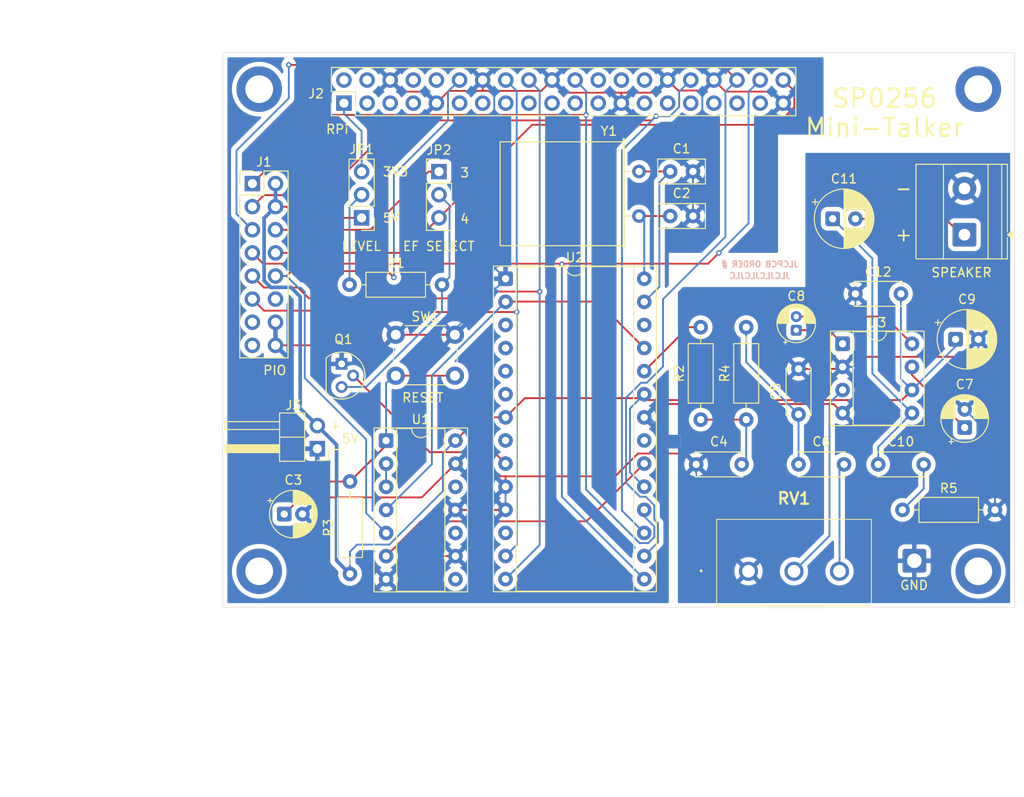
<source format=kicad_pcb>
(kicad_pcb (version 20241229) (generator "pcbnew") (generator_version "9.0")
  (layers (0 "F.Cu" signal) (2 "B.Cu" signal) (13 "F.Paste" user) (15 "B.Paste" user) (5 "F.SilkS" user "F.Silkscreen") (7 "B.SilkS" user "B.Silkscreen") (1 "F.Mask" user) (3 "B.Mask" user) (25 "Edge.Cuts" user))
  (net 0 "")
  (net 1 "Net-(U2-OSC1)")
  (net 2 "GND")
  (net 3 "Net-(U2-OSC2)")
  (net 4 "Net-(C3-Pad1)")
  (net 5 "Net-(C4-Pad1)")
  (net 6 "Net-(C5-Pad1)")
  (net 7 "Net-(C6-Pad2)")
  (net 8 "Net-(U3-BYPASS)")
  (net 9 "Net-(C8-Pad2)")
  (net 10 "Net-(C8-Pad1)")
  (net 11 "+5V")
  (net 12 "Net-(C10-Pad1)")
  (net 13 "Net-(C10-Pad2)")
  (net 14 "Net-(C11-Pad2)")
  (net 15 "/BUS3")
  (net 16 "~{EF4}")
  (net 17 "~{EF3}")
  (net 19 "Net-(J1-Pin_10)")
  (net 20 "/BUS1")
  (net 23 "/BUS4")
  (net 24 "/BUS2")
  (net 25 "/BUS5")
  (net 26 "/BUS0")
  (net 36 "+3.3V")
  (net 49 "Net-(JP1-C)")
  (net 50 "Net-(JP2-C)")
  (net 51 "~{LRQ}")
  (net 52 "Net-(U2-DIGITAL_OUT)")
  (net 53 "Net-(U2-~{ALD})")
  (net 54 "Net-(U1-Pad2)")
  (net 55 "~{RESET}")
  (net 67 "Net-(U3-+)")
  (footprint "Mini-Talker:P160KN0QC20A10K" (layer "F.Cu") (at 160.5 121.5)
    (property "Reference" "RV1")
    (property "Value" "10K" (hide yes))
  )
  (footprint "Capacitor_THT:C_Disc_D5.0mm_W2.5mm_P5.00mm" (layer "F.Cu") (at 159.75 109.75 180)
    (property "Reference" "C4")
    (property "Value" "22nF")
  )
  (footprint "Connector_Wire:SolderWire-0.75sqmm_1x01_D1.25mm_OD2.3mm" (layer "F.Cu") (at 178.7214 120.3438)
    (property "Reference" "J4")
    (property "Value" "GND")
  )
  (footprint "Connector_PinHeader_2.54mm:PinHeader_1x03_P2.54mm_Vertical" (layer "F.Cu") (at 118 82.6482 180)
    (property "Reference" "JP1")
    (property "Value" "LEVEL")
  )
  (footprint "Resistor_THT:R_Axial_DIN0207_L6.3mm_D2.5mm_P10.16mm_Horizontal" (layer "F.Cu") (at 116.72 121.7916 90)
    (property "Reference" "R3")
    (property "Value" "47K")
  )
  (footprint "Mini-Talker:1-Pin" (layer "F.Cu") (at 185.75 68.5)
    (property "Reference" "J6" (hide yes))
    (property "Value" "Mount" (hide yes))
  )
  (footprint "Button_Switch_THT:SW_PUSH_6mm_H4.3mm" (layer "F.Cu") (at 121.75 95.5)
    (property "Reference" "SW1")
    (property "Value" "RESET")
  )
  (footprint "Connector_PinHeader_2.54mm:PinHeader_2x08_P2.54mm_Vertical" (layer "F.Cu") (at 106 78.88)
    (property "Reference" "J1")
    (property "Value" "PIO")
  )
  (footprint "Capacitor_THT:C_Disc_D5.0mm_W2.5mm_P5.00mm" (layer "F.Cu") (at 174.75 109.75)
    (property "Reference" "C10")
    (property "Value" "47nF")
  )
  (footprint "Connector_PinHeader_2.54mm:PinHeader_2x20_P2.54mm_Vertical" (layer "F.Cu") (at 116.06 70.04 90)
    (property "Reference" "J2")
    (property "Value" "RPi GPIO")
  )
  (footprint "Mini-Talker:1-Pin" (layer "F.Cu") (at 185.75 121.5)
    (property "Reference" "J7")
    (property "Value" "Mount" (hide yes))
  )
  (footprint "TerminalBlock_Phoenix:TerminalBlock_Phoenix_MKDS-1,5-2-5.08_1x02_P5.08mm_Horizontal" (layer "F.Cu") (at 184.2225 84.5 90)
    (property "Reference" "LS1")
    (property "Value" "Speaker")
  )
  (footprint "Capacitor_THT:CP_Radial_D5.0mm_P2.00mm" (layer "F.Cu") (at 184.25 105.7051 90)
    (property "Reference" "C7")
    (property "Value" "47uF")
  )
  (footprint "Package_TO_SOT_THT:TO-92L" (layer "F.Cu") (at 115.8 98.7 -90)
    (property "Reference" "Q1")
    (property "Value" "TN0702")
  )
  (footprint "Capacitor_THT:C_Disc_D5.0mm_W2.5mm_P5.00mm" (layer "F.Cu") (at 166 104.25 90)
    (property "Reference" "C5")
    (property "Value" "22nF")
  )
  (footprint "Capacitor_THT:CP_Radial_D6.3mm_P2.50mm" (layer "F.Cu") (at 169.75 82.75)
    (property "Reference" "C11")
    (property "Value" "220uF")
  )
  (footprint "Mini-Talker:1-Pin" (layer "F.Cu") (at 106.75 68.5)
    (property "Reference" "J5")
    (property "Value" "Mount" (hide yes))
  )
  (footprint "Capacitor_THT:C_Disc_D5.0mm_W2.5mm_P2.50mm" (layer "F.Cu") (at 151.9 82.45)
    (property "Reference" "C2")
    (property "Value" "22pF")
  )
  (footprint "Capacitor_THT:C_Disc_D5.0mm_W2.5mm_P5.00mm" (layer "F.Cu") (at 166 109.75)
    (property "Reference" "C6")
    (property "Value" "100nF")
  )
  (footprint "Capacitor_THT:C_Disc_D5.0mm_W2.5mm_P5.00mm" (layer "F.Cu") (at 177.25 91 180)
    (property "Reference" "C12")
    (property "Value" "100nF")
  )
  (footprint "Capacitor_THT:C_Disc_D5.0mm_W2.5mm_P2.50mm" (layer "F.Cu") (at 151.9 77.55)
    (property "Reference" "C1")
    (property "Value" "22pF")
  )
  (footprint "Crystal:Crystal_HC49-U_Horizontal" (layer "F.Cu") (at 148.475 77.55 -90)
    (property "Reference" "Y1")
    (property "Value" "3.12MHz")
  )
  (footprint "Package_DIP:DIP-28_W15.24mm_Socket" (layer "F.Cu") (at 133.81 89.34)
    (property "Reference" "U2")
    (property "Value" "SP0256-AL2")
  )
  (footprint "Package_DIP:DIP-14_W7.62mm_Socket" (layer "F.Cu") (at 120.69 107.135)
    (property "Reference" "U1")
    (property "Value" "74HC14")
  )
  (footprint "Package_DIP:DIP-8_W7.62mm_Socket" (layer "F.Cu") (at 170.84 96.49)
    (property "Reference" "U3")
    (property "Value" "LM386")
  )
  (footprint "Capacitor_THT:CP_Radial_D5.0mm_P2.00mm" (layer "F.Cu") (at 109.5 115.213)
    (property "Reference" "C3")
    (property "Value" "100uF")
  )
  (footprint "Resistor_THT:R_Axial_DIN0207_L6.3mm_D2.5mm_P10.16mm_Horizontal" (layer "F.Cu") (at 155.25 104.83 90)
    (property "Reference" "R2")
    (property "Value" "33K")
  )
  (footprint "Connector_PinHeader_2.54mm:PinHeader_1x02_P2.54mm_Horizontal" (layer "F.Cu") (at 113.135 108.025 180)
    (property "Reference" "J3")
    (property "Value" "5V")
  )
  (footprint "Resistor_THT:R_Axial_DIN0207_L6.3mm_D2.5mm_P10.16mm_Horizontal" (layer "F.Cu") (at 116.67 90)
    (property "Reference" "R1")
    (property "Value" "10K")
  )
  (footprint "Mini-Talker:1-Pin" (layer "F.Cu") (at 106.75 121.5)
    (property "Reference" "J8")
    (property "Value" "Mount" (hide yes))
  )
  (footprint "Connector_PinHeader_2.54mm:PinHeader_1x03_P2.54mm_Vertical" (layer "F.Cu") (at 126.5 77.5682)
    (property "Reference" "JP2")
    (property "Value" "EF SELECT")
  )
  (footprint "Resistor_THT:R_Axial_DIN0207_L6.3mm_D2.5mm_P10.16mm_Horizontal" (layer "F.Cu") (at 177.42 114.75)
    (property "Reference" "R5")
    (property "Value" "10")
  )
  (footprint "Capacitor_THT:CP_Radial_D6.3mm_P2.50mm" (layer "F.Cu") (at 183.25 96)
    (property "Reference" "C9")
    (property "Value" "220uF")
  )
  (footprint "Capacitor_THT:CP_Radial_D4.0mm_P1.50mm" (layer "F.Cu") (at 165.75 95 90)
    (property "Reference" "C8")
    (property "Value" "10uF")
  )
  (footprint "Resistor_THT:R_Axial_DIN0207_L6.3mm_D2.5mm_P10.16mm_Horizontal" (layer "F.Cu") (at 160.25 104.83 90)
    (property "Reference" "R4")
    (property "Value" "33K")
  )
  (gr_rect (start 102.75 64.5) (end 189.75 125.5) (stroke (width 0.05)) (fill no) (layer "Edge.Cuts"))
  (gr_text "5V" (at 120.25 83.25 0) (layer "F.SilkS") (effects (font (size 1 1)) (justify left bottom)))
  (gr_text "LEVEL" (at 115.732143 86.35825 0) (layer "F.SilkS") (effects (font (size 1 1)) (justify left bottom)))
  (gr_text "5V" (at 115.75 107.5 0) (layer "F.SilkS") (effects (font (size 1 1)) (justify left bottom)))
  (gr_text "3" (at 128.75 78.27825 0) (layer "F.SilkS") (effects (font (size 1 1)) (justify left bottom)))
  (gr_text "RESET" (at 122.363095 103 0) (layer "F.SilkS") (effects (font (size 1 1)) (justify left bottom)))
  (gr_text "-" (at 176.5 80.275938 0) (layer "F.SilkS") (effects (font (size 1.5 1.5) (thickness 0.1875)) (justify left bottom)))
  (gr_text "SPEAKER" (at 180.5 89.25 0) (layer "F.SilkS") (effects (font (size 1 1)) (justify left bottom)))
  (gr_text "+" (at 114.405 106.08675 0) (layer "F.SilkS") (effects (font (size 1 1)) (justify left bottom)))
  (gr_text "+" (at 176.5 85.355938 0) (layer "F.SilkS") (effects (font (size 1.5 1.5) (thickness 0.1875)) (justify left bottom)))
  (gr_text "RPi" (at 114 73.5 0) (layer "F.SilkS") (effects (font (size 1 1)) (justify left bottom)))
  (gr_text "-" (at 114.405 108.62675 0) (layer "F.SilkS") (effects (font (size 1 1)) (justify left bottom)))
  (gr_text "PIO" (at 107.098096 100 0) (layer "F.SilkS") (effects (font (size 1 1)) (justify left bottom)))
  (gr_text "3V3" (at 120.25 78.17 0) (layer "F.SilkS") (effects (font (size 1 1)) (justify left bottom)))
  (gr_text "GND" (at 177.072591 123.6204 0) (layer "F.SilkS") (effects (font (size 1 1)) (justify left bottom)))
  (gr_text "SP0256\nMini-Talker" (at 175.45 73.9 0) (layer "F.SilkS") (effects (font (size 2 2) (thickness 0.25)) (justify bottom)))
  (gr_text "4" (at 128.75 83.35825 0) (layer "F.SilkS") (effects (font (size 1 1)) (justify left bottom)))
  (gr_text "EF SELECT" (at 122.446428 86.35825 0) (layer "F.SilkS") (effects (font (size 1 1)) (justify left bottom)))
  (gr_text "JLCPCB ORDER #" (at 161.75 87.75 0) (layer "B.SilkS") (effects (font (size 0.64516 0.64516)) (justify mirror)))
  (gr_text "JLCJLCJLCJLC" (at 161.75 89.02 0) (layer "B.SilkS") (effects (font (size 0.64516 0.64516)) (justify mirror)))
  (segment (start 148.475 77.55) (end 151.9 77.55) (width 0.2) (layer "F.Cu") (net 1))
  (segment (start 150.7117 78.7383) (end 150.7117 90.2183) (width 0.2) (layer "B.Cu") (net 1))
  (segment (start 150.7117 90.2183) (end 149.05 91.88) (width 0.2) (layer "B.Cu") (net 1))
  (segment (start 151.9 77.55) (end 150.7117 78.7383) (width 0.2) (layer "B.Cu") (net 1))
  (segment (start 133.81 111.0632) (end 129.6982 111.0632) (width 0.2) (layer "F.Cu") (net 2))
  (segment (start 115.8 98.7) (end 115.8 96.71) (width 0.2) (layer "F.Cu") (net 2))
  (segment (start 169.8456 103.1156) (end 170.84 104.11) (width 0.2) (layer "F.Cu") (net 2))
  (segment (start 183.8281 97.9219) (end 185.75 96) (width 0.2) (layer "F.Cu") (net 2))
  (segment (start 145.8468 111.0632) (end 148.3553 108.5547) (width 0.2) (layer "F.Cu") (net 2))
  (segment (start 133.81 111.0632) (end 145.8468 111.0632) (width 0.2) (layer "F.Cu") (net 2))
  (segment (start 133.795 114.755) (end 133.81 114.74) (width 0.2) (layer "F.Cu") (net 2))
  (segment (start 120.69 122.375) (end 123.23 119.835) (width 0.2) (layer "F.Cu") (net 2))
  (segment (start 111.5 115.213) (end 113.3327 113.3803) (width 0.2) (layer "F.Cu") (net 2))
  (segment (start 151.62 67.5) (end 150.2317 68.8883) (width 0.2) (layer "F.Cu") (net 2))
  (segment (start 131.3 68.6906) (end 127.5694 68.6906) (width 0.2) (layer "F.Cu") (net 2))
  (segment (start 153.5547 108.5547) (end 154.75 109.75) (width 0.2) (layer "F.Cu") (net 2))
  (segment (start 128.31 114.755) (end 133.795 114.755) (width 0.2) (layer "F.Cu") (net 2))
  (segment (start 121.5 95.5) (end 120.34 96.66) (width 0.2) (layer "F.Cu") (net 2))
  (segment (start 140.3083 68.8883) (end 138.92 67.5) (width 0.2) (layer "F.Cu") (net 2))
  (segment (start 151.62 67.5) (end 152.7717 68.6517) (width 0.2) (layer "F.Cu") (net 2))
  (segment (start 124.6047 113.3803) (end 113.5 113.3803) (width 0.2) (layer "F.Cu") (net 2))
  (segment (start 150.5144 103.1156) (end 169.8456 103.1156) (width 0.2) (layer "F.Cu") (net 2))
  (segment (start 121.5 95.5) (end 128 95.5) (width 0.2) (layer "F.Cu") (net 2))
  (segment (start 123.23 119.835) (end 128.31 119.835) (width 0.2) (layer "F.Cu") (net 2))
  (segment (start 164.32 70.04) (end 163.05 68.77) (width 0.2) (layer "F.Cu") (net 2))
  (segment (start 128.31 109.675) (end 124.6047 113.3803) (width 0.2) (layer "F.Cu") (net 2))
  (segment (start 133.81 112.2) (end 133.81 111.0632) (width 0.2) (layer "F.Cu") (net 2))
  (segment (start 113.3327 113.3803) (end 113.5 113.3803) (width 0.2) (layer "F.Cu") (net 2))
  (segment (start 115.8 96.71) (end 115.75 96.66) (width 0.2) (layer "F.Cu") (net 2))
  (segment (start 122.41 68.77) (end 121.14 67.5) (width 0.2) (layer "F.Cu") (net 2))
  (segment (start 131.3 68.6906) (end 131.3 67.5) (width 0.2) (layer "F.Cu") (net 2))
  (segment (start 146.54 68.8883) (end 140.3083 68.8883) (width 0.2) (layer "F.Cu") (net 2))
  (segment (start 155.5483 68.6517) (end 156.7 67.5) (width 0.2) (layer "F.Cu") (net 2))
  (segment (start 166 99.25) (end 170.62 99.25) (width 0.2) (layer "F.Cu") (net 2))
  (segment (start 152.7717 68.6517) (end 155.5483 68.6517) (width 0.2) (layer "F.Cu") (net 2))
  (segment (start 120.34 96.66) (end 115.75 96.66) (width 0.2) (layer "F.Cu") (net 2))
  (segment (start 124.95 68.77) (end 122.41 68.77) (width 0.2) (layer "F.Cu") (net 2))
  (segment (start 170.84 99.03) (end 171.9481 97.9219) (width 0.2) (layer "F.Cu") (net 2))
  (segment (start 170.62 99.25) (end 170.84 99.03) (width 0.2) (layer "F.Cu") (net 2))
  (segment (start 163.05 68.77) (end 157.97 68.77) (width 0.2) (layer "F.Cu") (net 2))
  (segment (start 138.92 67.5) (end 137.7294 68.6906) (width 0.2) (layer "F.Cu") (net 2))
  (segment (start 126.22 70.04) (end 124.95 68.77) (width 0.2) (layer "F.Cu") (net 2))
  (segment (start 137.7294 68.6906) (end 131.3 68.6906) (width 0.2) (layer "F.Cu") (net 2))
  (segment (start 146.54 68.8883) (end 146.54 70.04) (width 0.2) (layer "F.Cu") (net 2))
  (segment (start 150.2317 68.8883) (end 146.54 68.8883) (width 0.2) (layer "F.Cu") (net 2))
  (segment (start 157.97 68.77) (end 156.7 67.5) (width 0.2) (layer "F.Cu") (net 2))
  (segment (start 127.5694 68.6906) (end 126.22 70.04) (width 0.2) (layer "F.Cu") (net 2))
  (segment (start 129.6982 111.0632) (end 128.31 109.675) (width 0.2) (layer "F.Cu") (net 2))
  (segment (start 115.75 96.66) (end 108.54 96.66) (width 0.2) (layer "F.Cu") (net 2))
  (segment (start 149.05 104.58) (end 150.5144 103.1156) (width 0.2) (layer "F.Cu") (net 2))
  (segment (start 171.9481 97.9219) (end 183.8281 97.9219) (width 0.2) (layer "F.Cu") (net 2))
  (segment (start 148.3553 108.5547) (end 153.5547 108.5547) (width 0.2) (layer "F.Cu") (net 2))
  (segment (start 154.75 115.75) (end 160.5 121.5) (width 0.2) (layer "B.Cu") (net 2))
  (segment (start 179.0262 120.3692) (end 181.9608 120.3692) (width 0.2) (layer "B.Cu") (net 2))
  (segment (start 185.75 96) (end 185.75 102.2051) (width 0.2) (layer "B.Cu") (net 2))
  (segment (start 171.9856 99.03) (end 171.9856 102.9644) (width 0.2) (layer "B.Cu") (net 2))
  (segment (start 128 95.15) (end 128 95.5) (width 0.2) (layer "B.Cu") (net 2))
  (segment (start 133.81 89.34) (end 128 95.15) (width 0.2) (layer "B.Cu") (net 2))
  (segment (start 154.4 82.45) (end 154.4 77.55) (width 0.2) (layer "B.Cu") (net 2))
  (segment (start 113.135 108.025) (end 113.135 108.135) (width 0.4) (layer "B.Cu") (net 2))
  (segment (start 183.9225 79.465) (end 184.465 79.465) (width 0.2) (layer "B.Cu") (net 2))
  (segment (start 172.25 98.7656) (end 171.9856 99.03) (width 0.2) (layer "B.Cu") (net 2))
  (segment (start 186.75 95) (end 185.75 96) (width 0.2) (layer "B.Cu") (net 2))
  (segment (start 185.75 102.2051) (end 184.25 103.7051) (width 0.2) (layer "B.Cu") (net 2))
  (segment (start 128.31 119.835) (end 127.1402 118.6652) (width 0.2) (layer "B.Cu") (net 2))
  (segment (start 149.58 104.58) (end 149.05 104.58) (width 0.2) (layer "B.Cu") (net 2))
  (segment (start 109.75 97.87) (end 108.54 96.66) (width 0.5) (layer "B.Cu") (net 2))
  (segment (start 187.58 107.0351) (end 184.25 103.7051) (width 0.2) (layer "B.Cu") (net 2))
  (segment (start 132.57 88.1) (end 132.57 68.77) (width 0.2) (layer "B.Cu") (net 2))
  (segment (start 187.58 114.75) (end 187.58 107.0351) (width 0.2) (layer "B.Cu") (net 2))
  (segment (start 111.525 108.025) (end 109.75 106.25) (width 0.5) (layer "B.Cu") (net 2))
  (segment (start 171.9856 102.9644) (end 170.84 104.11) (width 0.2) (layer "B.Cu") (net 2))
  (segment (start 132.57 68.77) (end 131.3 67.5) (width 0.2) (layer "B.Cu") (net 2))
  (segment (start 172.25 91) (end 172.25 98.7656) (width 0.2) (layer "B.Cu") (net 2))
  (segment (start 181.9608 120.3692) (end 187.58 114.75) (width 0.2) (layer "B.Cu") (net 2))
  (segment (start 184.465 79.465) (end 186.75 81.75) (width 0.2) (layer "B.Cu") (net 2))
  (segment (start 155.43 68.77) (end 156.7 67.5) (width 0.2) (layer "B.Cu") (net 2))
  (segment (start 133.81 89.34) (end 132.57 88.1) (width 0.2) (layer "B.Cu") (net 2))
  (segment (start 127.1402 118.6652) (end 127.1402 115.9248) (width 0.2) (layer "B.Cu") (net 2))
  (segment (start 171.9856 99.03) (end 170.84 99.03) (width 0.2) (layer "B.Cu") (net 2))
  (segment (start 186.75 81.75) (end 186.75 95) (width 0.2) (layer "B.Cu") (net 2))
  (segment (start 154.75 109.75) (end 149.58 104.58) (width 0.2) (layer "B.Cu") (net 2))
  (segment (start 155.43 76.52) (end 155.43 68.77) (width 0.2) (layer "B.Cu") (net 2))
  (segment (start 109.75 106.25) (end 109.75 97.87) (width 0.5) (layer "B.Cu") (net 2))
  (segment (start 113.135 108.025) (end 111.525 108.025) (width 0.5) (layer "B.Cu") (net 2))
  (segment (start 127.1402 115.9248) (end 128.31 114.755) (width 0.2) (layer "B.Cu") (net 2))
  (segment (start 154.4 77.55) (end 155.43 76.52) (width 0.2) (layer "B.Cu") (net 2))
  (segment (start 133.81 114.74) (end 133.81 112.2) (width 0.2) (layer "B.Cu") (net 2))
  (segment (start 154.75 109.75) (end 154.75 115.75) (width 0.2) (layer "B.Cu") (net 2))
  (segment (start 108.54 94.12) (end 108.54 96.66) (width 0.5) (layer "B.Cu") (net 2))
  (segment (start 148.475 82.45) (end 151.9 82.45) (width 0.2) (layer "F.Cu") (net 3))
  (segment (start 148.475 82.45) (end 149.05 83.025) (width 0.2) (layer "B.Cu") (net 3))
  (segment (start 149.05 83.025) (end 149.05 89.34) (width 0.2) (layer "B.Cu") (net 3))
  (segment (start 116.72 111.6316) (end 113.0814 111.6316) (width 0.2) (layer "F.Cu") (net 4))
  (segment (start 120.69 107.135) (end 120.69 107.6616) (width 0.2) (layer "F.Cu") (net 4))
  (segment (start 128 100) (end 121.5 100) (width 0.2) (layer "F.Cu") (net 4))
  (segment (start 120.69 107.6616) (end 116.72 111.6316) (width 0.2) (layer "F.Cu") (net 4))
  (segment (start 113.0814 111.6316) (end 109.5 115.213) (width 0.2) (layer "F.Cu") (net 4))
  (segment (start 120.69 107.135) (end 120.69 100.81) (width 0.2) (layer "B.Cu") (net 4))
  (segment (start 120.69 100.81) (end 121.5 100) (width 0.2) (layer "B.Cu") (net 4))
  (segment (start 160.25 104.83) (end 155.25 104.83) (width 0.2) (layer "F.Cu") (net 5))
  (segment (start 160.25 109.25) (end 160.25 104.83) (width 0.2) (layer "B.Cu") (net 5))
  (segment (start 159.75 109.75) (end 160.25 109.25) (width 0.2) (layer "B.Cu") (net 5))
  (segment (start 160.25 98.5) (end 166 104.25) (width 0.2) (layer "B.Cu") (net 6))
  (segment (start 166 104.25) (end 166 109.75) (width 0.2) (layer "B.Cu") (net 6))
  (segment (start 160.25 94.67) (end 160.25 98.5) (width 0.2) (layer "B.Cu") (net 6))
  (segment (start 171 109.75) (end 170.5 110.25) (width 0.2) (layer "B.Cu") (net 7))
  (segment (start 170.5 110.25) (end 170.5 121.5) (width 0.2) (layer "B.Cu") (net 7))
  (segment (start 178.46 99.03) (end 178.46 99.9151) (width 0.2) (layer "F.Cu") (net 8))
  (segment (start 178.46 99.9151) (end 184.25 105.7051) (width 0.2) (layer "F.Cu") (net 8))
  (segment (start 175.47 93.5) (end 165.75 93.5) (width 0.2) (layer "F.Cu") (net 9))
  (segment (start 178.46 96.49) (end 175.47 93.5) (width 0.2) (layer "F.Cu") (net 9))
  (segment (start 165.75 95) (end 169.35 95) (width 0.2) (layer "F.Cu") (net 10))
  (segment (start 169.35 95) (end 170.84 96.49) (width 0.2) (layer "F.Cu") (net 10))
  (segment (start 177.3488 102.6812) (end 149.2612 102.6812) (width 0.2) (layer "F.Cu") (net 11))
  (segment (start 109.75 81.42) (end 108.54 81.42) (width 0.2) (layer "F.Cu") (net 11))
  (segment (start 135.92 102.47) (end 149.05 102.47) (width 0.2) (layer "F.Cu") (net 11))
  (segment (start 133.81 104.58) (end 135.92 102.47) (width 0.2) (layer "F.Cu") (net 11))
  (segment (start 110.9782 82.6482) (end 109.75 81.42) (width 0.2) (layer "F.Cu") (net 11))
  (segment (start 128.31 107.135) (end 130.865 104.58) (width 0.2) (layer "F.Cu") (net 11))
  (segment (start 130.865 104.58) (end 133.81 104.58) (width 0.2) (layer "F.Cu") (net 11))
  (segment (start 149.2612 102.6812) (end 149.05 102.47) (width 0.2) (layer "F.Cu") (net 11))
  (segment (start 178.46 101.57) (end 177.3488 102.6812) (width 0.2) (layer "F.Cu") (net 11))
  (segment (start 149.05 102.47) (end 149.05 102.04) (width 0.2) (layer "F.Cu") (net 11))
  (segment (start 118 82.6482) (end 110.9782 82.6482) (width 0.2) (layer "F.Cu") (net 11))
  (segment (start 110.230182 90.291) (end 108.021818 90.291) (width 0.4) (layer "B.Cu") (net 11))
  (segment (start 113.135 105.485) (end 111.25 103.6) (width 0.4) (layer "B.Cu") (net 11))
  (segment (start 178.46 101.57) (end 177.2515 100.3615) (width 0.2) (layer "B.Cu") (net 11))
  (segment (start 116.72 119.345) (end 117.5 118.565) (width 0.2) (layer "B.Cu") (net 11))
  (segment (start 107.289 89.558182) (end 107.289 82.671) (width 0.4) (layer "B.Cu") (net 11))
  (segment (start 121.0541 118.565) (end 126.9284 112.6907) (width 0.2) (layer "B.Cu") (net 11))
  (segment (start 126.9284 112.6907) (end 126.9284 108.5166) (width 0.2) (layer "B.Cu") (net 11))
  (segment (start 183.25 96) (end 183.25 96.78) (width 0.2) (layer "B.Cu") (net 11))
  (segment (start 147.4785 110.6285) (end 147.4785 103.6115) (width 0.2) (layer "B.Cu") (net 11))
  (segment (start 126.9284 108.5166) (end 128.31 107.135) (width 0.2) (layer "B.Cu") (net 11))
  (segment (start 117.5 118.565) (end 121.0541 118.565) (width 0.2) (layer "B.Cu") (net 11))
  (segment (start 149.05 112.2) (end 147.4785 110.6285) (width 0.2) (layer "B.Cu") (net 11))
  (segment (start 177.2515 100.3615) (end 177.2515 99.2501) (width 0.2) (layer "B.Cu") (net 11))
  (segment (start 183.25 96.78) (end 178.46 101.57) (width 0.2) (layer "B.Cu") (net 11))
  (segment (start 111.25 103.6) (end 111.25 103.25) (width 0.2) (layer "B.Cu") (net 11))
  (segment (start 108.021818 90.291) (end 107.289 89.558182) (width 0.4) (layer "B.Cu") (net 11))
  (segment (start 107.289 82.671) (end 108.54 81.42) (width 0.4) (layer "B.Cu") (net 11))
  (segment (start 113.135 105.485) (end 115.25 107.6) (width 0.4) (layer "B.Cu") (net 11))
  (segment (start 111.25 91.310818) (end 110.230182 90.291) (width 0.4) (layer "B.Cu") (net 11))
  (segment (start 177.2515 99.2501) (end 177.25 99.2486) (width 0.2) (layer "B.Cu") (net 11))
  (segment (start 111.25 103.25) (end 111.25 91.310818) (width 0.4) (layer "B.Cu") (net 11))
  (segment (start 115.25 120.3216) (end 116.72 121.7916) (width 0.4) (layer "B.Cu") (net 11))
  (segment (start 147.4785 103.6115) (end 149.05 102.04) (width 0.2) (layer "B.Cu") (net 11))
  (segment (start 116.72 121.7916) (end 116.72 119.345) (width 0.2) (layer "B.Cu") (net 11))
  (segment (start 108.54 78.88) (end 108.54 81.42) (width 0.4) (layer "B.Cu") (net 11))
  (segment (start 177.25 99.2486) (end 177.25 91) (width 0.2) (layer "B.Cu") (net 11))
  (segment (start 115.25 107.6) (end 115.25 120.3216) (width 0.4) (layer "B.Cu") (net 11))
  (segment (start 178.46 104.11) (end 174.1077 99.7577) (width 0.2) (layer "B.Cu") (net 12))
  (segment (start 174.1077 99.7577) (end 174.1077 87.1077) (width 0.2) (layer "B.Cu") (net 12))
  (segment (start 174.1077 87.1077) (end 169.75 82.75) (width 0.2) (layer "B.Cu") (net 12))
  (segment (start 174.75 109.75) (end 174.75 107.82) (width 0.2) (layer "B.Cu") (net 12))
  (segment (start 174.75 107.82) (end 178.46 104.11) (width 0.2) (layer "B.Cu") (net 12))
  (segment (start 179.75 112.42) (end 177.42 114.75) (width 0.2) (layer "B.Cu") (net 13))
  (segment (start 179.75 109.75) (end 179.75 112.42) (width 0.2) (layer "B.Cu") (net 13))
  (segment (start 172.25 82.75) (end 182.1275 82.75) (width 0.2) (layer "F.Cu") (net 14))
  (segment (start 182.1275 82.75) (end 183.9225 84.545) (width 0.2) (layer "F.Cu") (net 14))
  (segment (start 156.0715 87.6846) (end 157.25 86.5061) (width 0.2) (layer "F.Cu") (net 15))
  (segment (start 107.1846 87.6846) (end 156.0715 87.6846) (width 0.2) (layer "F.Cu") (net 15))
  (segment (start 106 86.5) (end 107.1846 87.6846) (width 0.2) (layer "F.Cu") (net 15))
  (via (at 140 87.75) (size 0.6) (drill 0.3) (layers "F.Cu" "B.Cu") (net 15))
  (via (at 157.25 86.5061) (size 0.6) (drill 0.3) (layers "F.Cu" "B.Cu") (net 15))
  (segment (start 149.05 122.36) (end 140 113.31) (width 0.2) (layer "B.Cu") (net 15))
  (segment (start 140 113.31) (end 140 87.75) (width 0.2) (layer "B.Cu") (net 15))
  (segment (start 160.51 68.77) (end 161.78 67.5) (width 0.2) (layer "B.Cu") (net 15))
  (segment (start 160.51 83.2461) (end 160.51 68.77) (width 0.2) (layer "B.Cu") (net 15))
  (segment (start 157.25 86.5061) (end 160.51 83.2461) (width 0.2) (layer "B.Cu") (net 15))
  (segment (start 126.5 82.6482) (end 136.7284 72.4198) (width 0.2) (layer "F.Cu") (net 16))
  (segment (start 165.5361 70.4863) (end 165.5361 68.7161) (width 0.2) (layer "F.Cu") (net 16))
  (segment (start 163.6026 72.4198) (end 165.5361 70.4863) (width 0.2) (layer "F.Cu") (net 16))
  (segment (start 122.6482 86.5) (end 126.5 82.6482) (width 0.2) (layer "F.Cu") (net 16))
  (segment (start 136.7284 72.4198) (end 163.6026 72.4198) (width 0.2) (layer "F.Cu") (net 16))
  (segment (start 108.54 86.5) (end 122.6482 86.5) (width 0.2) (layer "F.Cu") (net 16))
  (segment (start 165.5361 68.7161) (end 164.32 67.5) (width 0.2) (layer "F.Cu") (net 16))
  (segment (start 118.9565 83.96) (end 108.54 83.96) (width 0.2) (layer "F.Cu") (net 17))
  (segment (start 125.3483 77.5682) (end 118.9565 83.96) (width 0.2) (layer "F.Cu") (net 17))
  (segment (start 126.5 77.5682) (end 125.3483 77.5682) (width 0.2) (layer "F.Cu") (net 17))
  (segment (start 110.29 88.5) (end 120.8371 88.5) (width 0.2) (layer "F.Cu") (net 19))
  (segment (start 109.75 89.04) (end 110.29 88.5) (width 0.2) (layer "F.Cu") (net 19))
  (segment (start 120.8371 88.5) (end 121.5436 89.2065) (width 0.2) (layer "F.Cu") (net 19))
  (segment (start 108.54 89.04) (end 109.75 89.04) (width 0.2) (layer "F.Cu") (net 19))
  (via (at 121.5436 89.2065) (size 0.6) (drill 0.3) (layers "F.Cu" "B.Cu") (net 19))
  (segment (start 118.5 115.105) (end 118.5 107) (width 0.2) (layer "B.Cu") (net 19))
  (segment (start 118.5 107) (end 111.751 100.251) (width 0.2) (layer "B.Cu") (net 19))
  (segment (start 121.5436 89.2065) (end 121.5436 77.9064) (width 0.2) (layer "B.Cu") (net 19))
  (segment (start 111.751 100.251) (end 111.751 90.7728) (width 0.2) (layer "B.Cu") (net 19))
  (segment (start 111.0379 90.3279) (end 109.75 89.04) (width 0.2) (layer "B.Cu") (net 19))
  (segment (start 109.75 89.04) (end 108.54 89.04) (width 0.2) (layer "B.Cu") (net 19))
  (segment (start 127.49 68.77) (end 128.76 67.5) (width 0.2) (layer "B.Cu") (net 19))
  (segment (start 120.69 117.295) (end 118.5 115.105) (width 0.2) (layer "B.Cu") (net 19))
  (segment (start 111.751 90.7728) (end 111.3061 90.3279) (width 0.2) (layer "B.Cu") (net 19))
  (segment (start 127.49 71.96) (end 127.49 68.77) (width 0.2) (layer "B.Cu") (net 19))
  (segment (start 111.3061 90.3279) (end 111.0379 90.3279) (width 0.2) (layer "B.Cu") (net 19))
  (segment (start 121.5436 77.9064) (end 127.49 71.96) (width 0.2) (layer "B.Cu") (net 19))
  (segment (start 106 81.42) (end 107.27 80.15) (width 0.2) (layer "F.Cu") (net 20))
  (segment (start 149.8953 71.9352) (end 150.3501 71.4804) (width 0.2) (layer "F.Cu") (net 20))
  (segment (start 107.27 80.15) (end 113.7895 80.15) (width 0.2) (layer "F.Cu") (net 20))
  (segment (start 122.0043 71.9352) (end 149.8953 71.9352) (width 0.2) (layer "F.Cu") (net 20))
  (segment (start 113.7895 80.15) (end 122.0043 71.9352) (width 0.2) (layer "F.Cu") (net 20))
  (via (at 150.3501 71.4804) (size 0.6) (drill 0.3) (layers "F.Cu" "B.Cu") (net 20))
  (segment (start 146.6035 114.8335) (end 149.05 117.28) (width 0.2) (layer "B.Cu") (net 20))
  (segment (start 151.8668 71.4804) (end 150.3501 71.4804) (width 0.2) (layer "B.Cu") (net 20))
  (segment (start 146.6035 75.227) (end 146.6035 114.8335) (width 0.2) (layer "B.Cu") (net 20))
  (segment (start 154.16 67.5) (end 152.89 68.77) (width 0.2) (layer "B.Cu") (net 20))
  (segment (start 152.89 68.77) (end 152.89 70.4572) (width 0.2) (layer "B.Cu") (net 20))
  (segment (start 152.89 70.4572) (end 151.8668 71.4804) (width 0.2) (layer "B.Cu") (net 20))
  (segment (start 150.3501 71.4804) (end 146.6035 75.227) (width 0.2) (layer "B.Cu") (net 20))
  (segment (start 107.27 90.31) (end 111.02 90.31) (width 0.2) (layer "F.Cu") (net 23))
  (segment (start 106 89.04) (end 107.27 90.31) (width 0.2) (layer "F.Cu") (net 23))
  (segment (start 131.3892 90.75) (end 137.5597 90.75) (width 0.2) (layer "F.Cu") (net 23))
  (segment (start 111.02 90.31) (end 112.21 91.5) (width 0.2) (layer "F.Cu") (net 23))
  (segment (start 130.6392 91.5) (end 131.3892 90.75) (width 0.2) (layer "F.Cu") (net 23))
  (segment (start 112.21 91.5) (end 130.6392 91.5) (width 0.2) (layer "F.Cu") (net 23))
  (via (at 137.5597 90.75) (size 0.6) (drill 0.3) (layers "F.Cu" "B.Cu") (net 23))
  (segment (start 137.5597 90.75) (end 137.5597 118.6103) (width 0.2) (layer "B.Cu") (net 23))
  (segment (start 137.5597 68.6797) (end 136.38 67.5) (width 0.2) (layer "B.Cu") (net 23))
  (segment (start 137.5597 90.75) (end 137.5597 68.6797) (width 0.2) (layer "B.Cu") (net 23))
  (segment (start 137.5597 118.6103) (end 133.81 122.36) (width 0.2) (layer "B.Cu") (net 23))
  (segment (start 157.5725 65.8325) (end 159.24 67.5) (width 0.2) (layer "F.Cu") (net 24))
  (segment (start 109.9963 65.8325) (end 157.5725 65.8325) (width 0.2) (layer "F.Cu") (net 24))
  (via (at 109.9963 65.8325) (size 0.6) (drill 0.3) (layers "F.Cu" "B.Cu") (net 24))
  (segment (start 157.97 68.77) (end 159.24 67.5) (width 0.2) (layer "B.Cu") (net 24))
  (segment (start 150.5569 118.3131) (end 150.5569 116.2135) (width 0.2) (layer "B.Cu") (net 24))
  (segment (start 104.25 75.2448) (end 109.9963 69.4985) (width 0.2) (layer "B.Cu") (net 24))
  (segment (start 151.1119 98.9985) (end 151.1119 91.5823) (width 0.2) (layer "B.Cu") (net 24))
  (segment (start 147.0482 111.7784) (end 147.0482 102.4294) (width 0.2) (layer "B.Cu") (net 24))
  (segment (start 150.1552 114.2439) (end 149.213 113.3017) (width 0.2) (layer "B.Cu") (net 24))
  (segment (start 106 83.96) (end 104.25 82.21) (width 0.2) (layer "B.Cu") (net 24))
  (segment (start 104.25 82.21) (end 104.25 75.2448) (width 0.2) (layer "B.Cu") (net 24))
  (segment (start 150.3215 115.9781) (end 150.1552 115.8118) (width 0.2) (layer "B.Cu") (net 24))
  (segment (start 150.5569 116.2135) (end 150.3215 115.9781) (width 0.2) (layer "B.Cu") (net 24))
  (segment (start 148.7076 100.77) (end 149.3404 100.77) (width 0.2) (layer "B.Cu") (net 24))
  (segment (start 149.05 119.82) (end 150.5569 118.3131) (width 0.2) (layer "B.Cu") (net 24))
  (segment (start 147.0482 102.4294) (end 148.7076 100.77) (width 0.2) (layer "B.Cu") (net 24))
  (segment (start 149.213 113.3017) (end 148.5715 113.3017) (width 0.2) (layer "B.Cu") (net 24))
  (segment (start 150.1552 115.8118) (end 150.1552 114.2439) (width 0.2) (layer "B.Cu") (net 24))
  (segment (start 148.5715 113.3017) (end 147.0482 111.7784) (width 0.2) (layer "B.Cu") (net 24))
  (segment (start 109.9963 69.4985) (end 109.9963 65.8325) (width 0.2) (layer "B.Cu") (net 24))
  (segment (start 151.1119 91.5823) (end 157.97 84.7242) (width 0.2) (layer "B.Cu") (net 24))
  (segment (start 149.3404 100.77) (end 151.1119 98.9985) (width 0.2) (layer "B.Cu") (net 24))
  (segment (start 157.97 84.7242) (end 157.97 68.77) (width 0.2) (layer "B.Cu") (net 24))
  (segment (start 150.3215 115.9781) (end 150.1552 115.8118) (width 0.2) (layer "B.Cu") (net 24))
  (segment (start 106 91.58) (end 107.27 92.85) (width 0.2) (layer "F.Cu") (net 25))
  (segment (start 118.112 93) (end 135.0393 93) (width 0.2) (layer "F.Cu") (net 25))
  (segment (start 117.962 92.85) (end 118.112 93) (width 0.2) (layer "F.Cu") (net 25))
  (segment (start 107.27 92.85) (end 117.962 92.85) (width 0.2) (layer "F.Cu") (net 25))
  (via (at 135.0393 93) (size 0.6) (drill 0.3) (layers "F.Cu" "B.Cu") (net 25))
  (segment (start 135.0393 93) (end 135.0393 92.4517) (width 0.2) (layer "B.Cu") (net 25))
  (segment (start 135.0393 118.5907) (end 135.0393 92.4517) (width 0.2) (layer "B.Cu") (net 25))
  (segment (start 135.0393 92.4517) (end 135.0393 68.6993) (width 0.2) (layer "B.Cu") (net 25))
  (segment (start 133.81 119.82) (end 135.0393 118.5907) (width 0.2) (layer "B.Cu") (net 25))
  (segment (start 135.0393 68.6993) (end 133.84 67.5) (width 0.2) (layer "B.Cu") (net 25))
  (segment (start 113.5466 71.3334) (end 142.6564 71.3334) (width 0.2) (layer "F.Cu") (net 26))
  (segment (start 106 78.88) (end 113.5466 71.3334) (width 0.2) (layer "F.Cu") (net 26))
  (via (at 142.6564 71.3334) (size 0.6) (drill 0.3) (layers "F.Cu" "B.Cu") (net 26))
  (segment (start 142.6564 68.6964) (end 142.6564 71.335) (width 0.2) (layer "B.Cu") (net 26))
  (segment (start 149.49 118.3981) (end 150.1552 117.7329) (width 0.2) (layer "B.Cu") (net 26))
  (segment (start 142.6564 71.335) (end 142.6564 112.5105) (width 0.2) (layer "B.Cu") (net 26))
  (segment (start 150.1552 117.7329) (end 150.1552 116.58) (width 0.2) (layer "B.Cu") (net 26))
  (segment (start 148.544 118.3981) (end 149.49 118.3981) (width 0.2) (layer "B.Cu") (net 26))
  (segment (start 142.6564 112.5105) (end 148.544 118.3981) (width 0.2) (layer "B.Cu") (net 26))
  (segment (start 142.6564 71.335) (end 142.6564 71.3334) (width 0.2) (layer "B.Cu") (net 26))
  (segment (start 141.46 67.5) (end 142.6564 68.6964) (width 0.2) (layer "B.Cu") (net 26))
  (segment (start 150.1552 116.58) (end 149.05 115.4748) (width 0.2) (layer "B.Cu") (net 26))
  (segment (start 149.05 115.4748) (end 149.05 114.74) (width 0.2) (layer "B.Cu") (net 26))
  (segment (start 116.06 71.1917) (end 118 73.1317) (width 0.2) (layer "B.Cu") (net 36))
  (segment (start 118 73.1317) (end 118 77.5682) (width 0.2) (layer "B.Cu") (net 36))
  (segment (start 116.06 70.04) (end 116.06 71.1917) (width 0.2) (layer "B.Cu") (net 36))
  (segment (start 118 80.1082) (end 116.67 81.4382) (width 0.2) (layer "B.Cu") (net 49))
  (segment (start 116.67 81.4382) (end 116.67 90) (width 0.2) (layer "B.Cu") (net 49))
  (segment (start 127.6551 89.1749) (end 127.6551 81.2633) (width 0.2) (layer "B.Cu") (net 50))
  (segment (start 126.83 92.8977) (end 126.83 90) (width 0.2) (layer "B.Cu") (net 50))
  (segment (start 126.83 90) (end 127.6551 89.1749) (width 0.2) (layer "B.Cu") (net 50))
  (segment (start 115.8 101.24) (end 118.4877 101.24) (width 0.2) (layer "B.Cu") (net 50))
  (segment (start 118.48885 101.23885) (end 126.83 92.8977) (width 0.2) (layer "B.Cu") (net 50))
  (segment (start 127.6551 81.2633) (end 126.5 80.1082) (width 0.2) (layer "B.Cu") (net 50))
  (segment (start 118.4877 101.24) (end 118.48885 101.23885) (width 0.2) (layer "B.Cu") (net 50))
  (segment (start 117.07 99.98) (end 125.495 108.405) (width 0.2) (layer "F.Cu") (net 51))
  (segment (start 132.555 108.405) (end 125.5 108.405) (width 0.2) (layer "F.Cu") (net 51))
  (segment (start 133.81 109.66) (end 132.555 108.405) (width 0.2) (layer "F.Cu") (net 51))
  (segment (start 125.495 108.405) (end 125.5 108.405) (width 0.2) (layer "F.Cu") (net 51))
  (segment (start 153.88 94.67) (end 155.25 94.67) (width 0.2) (layer "F.Cu") (net 52))
  (segment (start 149.05 99.5) (end 153.88 94.67) (width 0.2) (layer "F.Cu") (net 52))
  (segment (start 124.515 116.01) (end 142.7 116.01) (width 0.2) (layer "F.Cu") (net 53))
  (segment (start 120.69 119.835) (end 124.515 116.01) (width 0.2) (layer "F.Cu") (net 53))
  (segment (start 142.7 116.01) (end 149.05 109.66) (width 0.2) (layer "F.Cu") (net 53))
  (segment (start 120.69 109.675) (end 120.69 112.215) (width 0.2) (layer "B.Cu") (net 54))
  (segment (start 149.05 96.96) (end 143.94 91.85) (width 0.2) (layer "F.Cu") (net 55))
  (segment (start 133.84 91.85) (end 133.81 91.88) (width 0.2) (layer "F.Cu") (net 55))
  (segment (start 143.94 91.85) (end 133.84 91.85) (width 0.2) (layer "F.Cu") (net 55))
  (segment (start 125.7194 109.7256) (end 125.7194 99.9706) (width 0.2) (layer "B.Cu") (net 55))
  (segment (start 125.7194 99.9706) (end 133.81 91.88) (width 0.2) (layer "B.Cu") (net 55))
  (segment (start 120.69 114.755) (end 125.7194 109.7256) (width 0.2) (layer "B.Cu") (net 55))
  (segment (start 169.4002 117.5998) (end 169.4002 103.0098) (width 0.2) (layer "B.Cu") (net 67))
  (segment (start 169.4002 103.0098) (end 170.84 101.57) (width 0.2) (layer "B.Cu") (net 67))
  (segment (start 165.5 121.5) (end 169.4002 117.5998) (width 0.2) (layer "B.Cu") (net 67))
  (zone (net 2) (net_name "GND") (layer "B.Cu") (priority 1) (connect_pads (clearance 0.5)) (min_thickness 0.25) (fill yes (thermal_gap 0.5) (thermal_bridge_width 0.5))
    (polygon (pts (xy 168.75 73.5) (xy 163.75 73.5) (xy 163.75 86.5) (xy 151.75 86.5) (xy 151.75 126.5) (xy 101.75 126.5) (xy 101.75 63.5) (xy 168.75 63.5)))
    (polygon (pts (xy 107.25 92) (xy 107.25 98) (xy 109.75 98) (xy 109.75 92)))
  )
  (zone (net 2) (net_name "GND") (layer "B.Cu") (connect_pads (clearance 0.5)) (min_thickness 0.25) (fill yes (thermal_gap 0.5) (thermal_bridge_width 0.5))
    (polygon (pts (xy 190.75 75.5) (xy 166.75 75.5) (xy 166.75 90.25) (xy 152.75 90.25) (xy 152.75 126.5) (xy 190.75 126.5)))
  )
  (zone (net 2) (net_name "GND") (layer "B.Cu") (priority 2) (connect_pads (clearance 0.5)) (min_thickness 0.25) (fill yes (thermal_gap 0.5) (thermal_bridge_width 0.5))
    (polygon (pts (xy 153 108) (xy 151.5 108) (xy 151.5 106.5) (xy 153 106.5)))
  )
)
</source>
